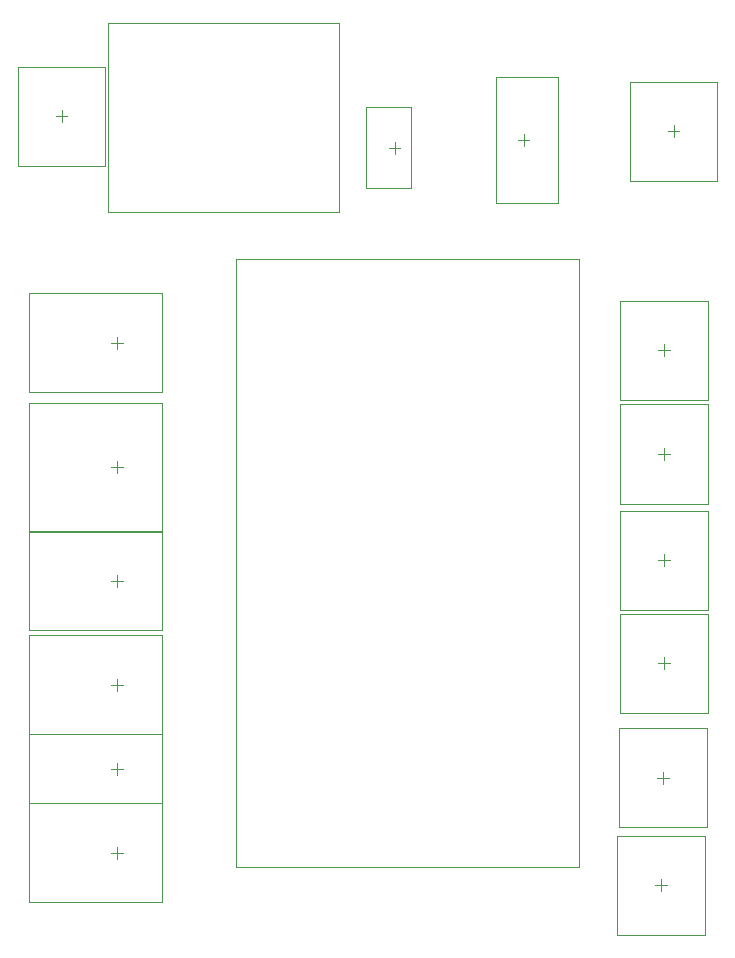
<source format=gbr>
%TF.GenerationSoftware,Altium Limited,Altium Designer,22.5.1 (42)*%
G04 Layer_Color=32768*
%FSLAX45Y45*%
%MOMM*%
%TF.SameCoordinates,0F5D3445-5268-4BF5-932C-448DE224A770*%
%TF.FilePolarity,Positive*%
%TF.FileFunction,Other,Mechanical_15*%
%TF.Part,Single*%
G01*
G75*
%TA.AperFunction,NonConductor*%
%ADD50C,0.10000*%
%ADD56C,0.05000*%
D50*
X10046503Y10312400D02*
X10146502D01*
X10096500Y10262398D02*
Y10362397D01*
X8954303Y10248900D02*
X9054302D01*
X9004300Y10198898D02*
Y10298902D01*
D56*
X6134898Y10515600D02*
X6234897D01*
X6184900Y10465603D02*
Y10565602D01*
X5814898Y10935599D02*
X6554902D01*
X5814898Y10095601D02*
Y10935599D01*
Y10095601D02*
X6554902D01*
Y10935599D01*
X8536498Y9702902D02*
Y11302898D01*
X6576502Y9702902D02*
X8536498D01*
X6576502D02*
Y11302898D01*
X8536498D01*
X10996502Y9968600D02*
Y10808598D01*
X11736500D01*
Y9968600D02*
Y10808598D01*
X10996502Y9968600D02*
X11736500D01*
X11366498Y10338602D02*
Y10438601D01*
X11316501Y10388599D02*
X11416501D01*
X9867499Y9777400D02*
Y10847400D01*
X10387498Y9777400D02*
Y10847400D01*
X9867499D02*
X10387498D01*
X9867499Y9777400D02*
X10387498D01*
X6654800Y4941100D02*
Y5041100D01*
X6604800Y4991100D02*
X6704800D01*
X7034300Y4702100D02*
Y5280100D01*
X5907800Y4702100D02*
X7034300D01*
X5907800D02*
Y5280100D01*
X7034300D01*
X6657200Y8547900D02*
Y8647900D01*
X6607200Y8597900D02*
X6707200D01*
X7036700Y8181900D02*
Y9013900D01*
X5910200Y8181900D02*
X7036700D01*
X5910200D02*
Y9013900D01*
X7036700D01*
X6654800Y4229900D02*
Y4329900D01*
X6604800Y4279900D02*
X6704800D01*
X7034300Y3863900D02*
Y4695900D01*
X5907800Y3863900D02*
X7034300D01*
X5907800D02*
Y4695900D01*
X7034300D01*
X6654800Y6528600D02*
Y6628600D01*
X6604800Y6578600D02*
X6704800D01*
X7034300Y6162600D02*
Y6994600D01*
X5907800Y6162600D02*
X7034300D01*
X5907800D02*
Y6994600D01*
X7034300D01*
X6654800Y5652300D02*
Y5752300D01*
X6604800Y5702300D02*
X6704800D01*
X7034300Y5286300D02*
Y6118300D01*
X5907800Y5286300D02*
X7034300D01*
X5907800D02*
Y6118300D01*
X7034300D01*
X6654800Y7493800D02*
Y7593800D01*
X6604800Y7543800D02*
X6704800D01*
X5907800Y8086800D02*
X7034300D01*
X5907800Y7000800D02*
Y8086800D01*
Y7000800D02*
X7034300D01*
Y8086800D01*
X7663200Y4158498D02*
Y9303502D01*
Y4158498D02*
X10564200D01*
Y9303502D01*
X7663200D02*
X10564200D01*
X9147800Y9908901D02*
Y10588899D01*
X8759302Y9908901D02*
X9147800D01*
X8759302D02*
Y10588899D01*
X9147800D01*
X10892201Y3583300D02*
Y4423298D01*
X11632199D01*
Y3583300D02*
Y4423298D01*
X10892201Y3583300D02*
X11632199D01*
X11262197Y3953297D02*
Y4053296D01*
X11212200Y4003299D02*
X11312200D01*
X10907598Y4494901D02*
Y5334899D01*
X11647602D01*
Y4494901D02*
Y5334899D01*
X10907598Y4494901D02*
X11647602D01*
X11277600Y4864903D02*
Y4964902D01*
X11227603Y4914900D02*
X11327602D01*
X10917601Y7235302D02*
Y8075300D01*
X11657599D01*
Y7235302D02*
Y8075300D01*
X10917601Y7235302D02*
X11657599D01*
X11287597Y7605298D02*
Y7705298D01*
X11237600Y7655301D02*
X11337600D01*
X10917601Y8114401D02*
Y8954399D01*
X11657599D01*
Y8114401D02*
Y8954399D01*
X10917601Y8114401D02*
X11657599D01*
X11287597Y8484403D02*
Y8584402D01*
X11237600Y8534400D02*
X11337600D01*
X10917601Y6336401D02*
Y7176399D01*
X11657599D01*
Y6336401D02*
Y7176399D01*
X10917601Y6336401D02*
X11657599D01*
X11287597Y6706403D02*
Y6806402D01*
X11237600Y6756400D02*
X11337600D01*
X10917601Y5462900D02*
Y6302898D01*
X11657599D01*
Y5462900D02*
Y6302898D01*
X10917601Y5462900D02*
X11657599D01*
X11287597Y5832902D02*
Y5932902D01*
X11237600Y5882899D02*
X11337600D01*
%TF.MD5,2aae93bbd631f923ec597a812635c991*%
M02*

</source>
